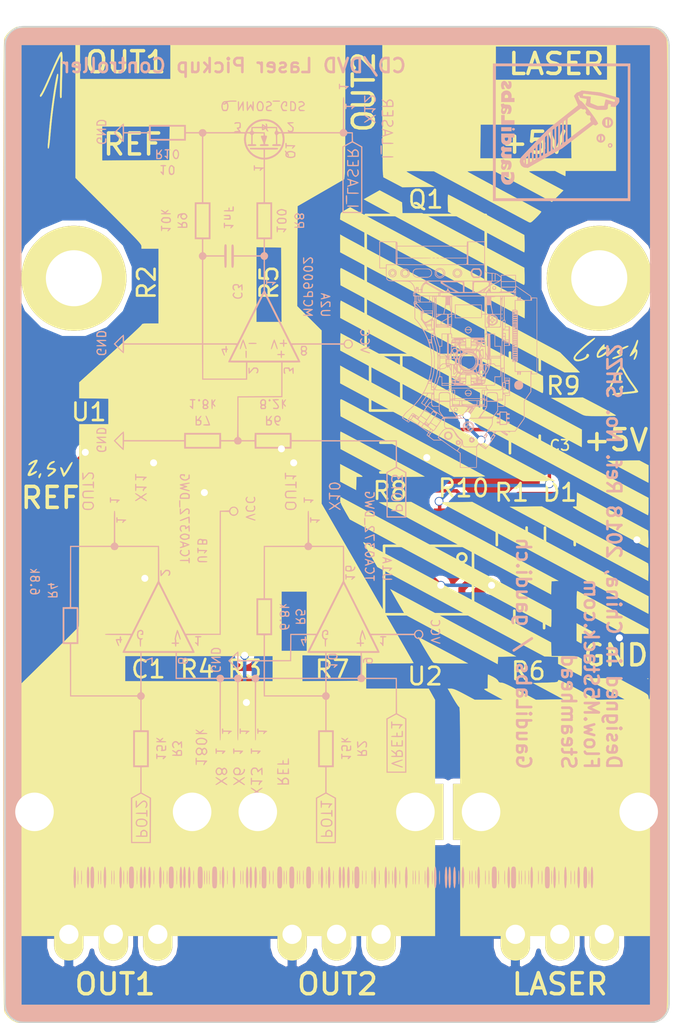
<source format=kicad_pcb>
(kicad_pcb (version 4) (host pcbnew 4.0.7-e2-6376~58~ubuntu16.04.1)
  (layers (0 F.Cu signal) (31 B.Cu signal) (34 B.Paste user) (35 F.Paste user) (36 B.SilkS user hide) (37 F.SilkS user hide) (38 B.Mask user) (39 F.Mask user) (44 Edge.Cuts user))
  (net 0 "")
  (net 1 VREF1)
  (net 2 GND)
  (net 3 "Net-(R2-Pad1)")
  (net 4 POT1)
  (net 5 POT2)
  (net 6 POT3)
  (net 7 "Net-(Q1-Pad1)")
  (net 8 "Net-(Q1-Pad3)")
  (net 9 VCC)
  (net 10 "Net-(C3-Pad2)")
  (net 11 "Net-(C3-Pad1)")
  (net 12 "Net-(D1-Pad2)")
  (net 13 I_LASER)
  (net 14 "Net-(R3-Pad1)")
  (net 15 "Net-(R4-Pad1)")
  (net 16 "Net-(R5-Pad1)")
  (net 17 "Net-(R6-Pad2)")
  (net 18 "Net-(X1-Pad1)")
  (net 19 "Net-(X2-Pad1)")
  (module GaudiLabsFootPrints:SO-16-W (layer F.Cu) (at 91.75 70.5)
    (fp_text reference U1 (at -6.65 -2.1) (layer F.SilkS))
    (fp_text value TCA0372_DWG)
    (pad 1 smd rect (at -4.445 4.69) (size 0.508 1.62) (layers F.Cu F.Paste F.Mask) (net 9 VCC))
    (pad 2 smd rect (at -3.175 4.69) (size 0.508 1.62) (layers F.Cu F.Paste F.Mask) (net 15 "Net-(R4-Pad1)"))
    (pad 3 smd rect (at -1.905 4.69) (size 0.508 1.62) (layers F.Cu F.Paste F.Mask))
    (pad 4 smd rect (at -0.635 4.69) (size 0.508 1.62) (layers F.Cu F.Paste F.Mask) (net 2 GND))
    (pad 5 smd rect (at 0.635 4.69) (size 0.508 1.62) (layers F.Cu F.Paste F.Mask) (net 2 GND))
    (pad 6 smd rect (at 1.905 4.69) (size 0.508 1.62) (layers F.Cu F.Paste F.Mask))
    (pad 7 smd rect (at 3.175 4.69) (size 0.508 1.62) (layers F.Cu F.Paste F.Mask) (net 14 "Net-(R3-Pad1)"))
    (pad 8 smd rect (at 4.445 4.69) (size 0.508 1.62) (layers F.Cu F.Paste F.Mask) (net 1 VREF1))
    (pad 9 smd rect (at 4.445 -4.69) (size 0.508 1.62) (layers F.Cu F.Paste F.Mask) (net 1 VREF1))
    (pad 10 smd rect (at 3.175 -4.69) (size 0.508 1.62) (layers F.Cu F.Paste F.Mask) (net 3 "Net-(R2-Pad1)"))
    (pad 11 smd rect (at 1.905 -4.69) (size 0.508 1.62) (layers F.Cu F.Paste F.Mask))
    (pad 12 smd rect (at 0.635 -4.69) (size 0.508 1.62) (layers F.Cu F.Paste F.Mask) (net 2 GND))
    (pad 13 smd rect (at -0.635 -4.69) (size 0.508 1.62) (layers F.Cu F.Paste F.Mask) (net 2 GND))
    (pad 14 smd rect (at -1.905 -4.69) (size 0.508 1.62) (layers F.Cu F.Paste F.Mask))
    (pad 15 smd rect (at -3.175 -4.69) (size 0.508 1.62) (layers F.Cu F.Paste F.Mask))
    (pad 16 smd rect (at -4.445 -4.69) (size 0.58 1.62) (layers F.Cu F.Paste F.Mask) (net 16 "Net-(R5-Pad1)"))
  )
  (module TO_SOT_Packages_SMD:TO-252-2Lead (layer F.Cu) (at 104.34 66.66)
    (fp_text reference Q1 (at 0 -10.414) (layer F.SilkS))
    (fp_text value Q_NMOS_GDS)
    (pad 1 smd rect (at -2.286 0) (size 1.651 3.048) (layers F.Cu F.Paste F.Mask) (net 7 "Net-(Q1-Pad1)"))
    (pad 2 smd rect (at 0 -6.35) (size 6.096 6.096) (layers F.Cu F.Paste F.Mask) (net 13 I_LASER))
    (pad 3 smd rect (at 2.286 0) (size 1.651 3.048) (layers F.Cu F.Paste F.Mask) (net 8 "Net-(Q1-Pad3)"))
  )
  (module GaudiLabsFootPrints:SOIC-08_N (layer F.Cu) (at 104.5 78 180)
    (fp_text reference U2 (at 0.2 -5.5 180) (layer F.SilkS))
    (fp_text value MCP6002)
    (pad 5 smd rect (at 1.905 -3.0734 180) (size 0.6604 2.032) (layers F.Cu F.Paste F.Mask))
    (pad 6 smd rect (at 0.635 -3.0734 180) (size 0.6604 2.032) (layers F.Cu F.Paste F.Mask))
    (pad 7 smd rect (at -0.635 -3.0734 180) (size 0.6604 2.032) (layers F.Cu F.Paste F.Mask))
    (pad 8 smd rect (at -1.905 -3.0734 180) (size 0.6604 2.032) (layers F.Cu F.Paste F.Mask) (net 9 VCC))
    (pad 1 smd rect (at -1.905 3.0734 180) (size 0.6604 2.032) (layers F.Cu F.Paste F.Mask) (net 11 "Net-(C3-Pad1)"))
    (pad 2 smd rect (at -0.635 3.0734 180) (size 0.6604 2.032) (layers F.Cu F.Paste F.Mask) (net 10 "Net-(C3-Pad2)"))
    (pad 3 smd rect (at 0.635 3.0734 180) (size 0.6604 2.032) (layers F.Cu F.Paste F.Mask) (net 17 "Net-(R6-Pad2)"))
    (pad 4 smd rect (at 1.905 3.0734 180) (size 0.6604 2.032) (layers F.Cu F.Paste F.Mask) (net 2 GND))
  )
  (module GaudiLabsFootPrints:MountingHoleM3 (layer F.Cu) (at 84.25 60.75)
    (fp_text reference X1 hide)
    (fp_text value MountPad3)
    (pad 1 thru_hole circle (at 0 0) (size 6 6) (drill 3.2) (layers *.Cu *.Mask F.SilkS) (net 18 "Net-(X1-Pad1)"))
  )
  (module GaudiLabsFootPrints:MountingHoleM3 (layer F.Cu) (at 114.25 60.75)
    (fp_text reference X2 hide)
    (fp_text value MountPad3)
    (pad 1 thru_hole circle (at 0 0) (size 6 6) (drill 3.2) (layers *.Cu *.Mask F.SilkS) (net 19 "Net-(X2-Pad1)"))
  )
  (module GaudiLabsFootPrints:PAD_SMD_3mm (layer F.Cu) (at 116.61 73.16)
    (fp_text reference X5 hide)
    (fp_text value VCC)
    (pad 1 smd rect (at 0 0) (size 3 3) (layers F.Cu F.Paste F.Mask) (net 9 VCC))
  )
  (module GaudiLabsFootPrints:PAD_SMD_3mm (layer F.Cu) (at 97 53)
    (fp_text reference X6 hide)
    (fp_text value REF)
    (pad 1 smd rect (at 0 0) (size 3 3) (layers F.Cu F.Paste F.Mask) (net 1 VREF1))
  )
  (module GaudiLabsFootPrints:PAD_SMD_3mm (layer F.Cu) (at 116.61 78.24)
    (fp_text reference X7 hide)
    (fp_text value GND)
    (pad 1 smd rect (at 0 0) (size 3 3) (layers F.Cu F.Paste F.Mask) (net 2 GND))
  )
  (module GaudiLabsFootPrints:PAD_SMD_3mm (layer F.Cu) (at 91.25 53)
    (fp_text reference X8 hide)
    (fp_text value REF)
    (pad 1 smd rect (at 0 0) (size 3 3) (layers F.Cu F.Paste F.Mask) (net 1 VREF1))
  )
  (module GaudiLabsFootPrints:PAD_SMD_3mm (layer F.Cu) (at 107 53)
    (fp_text reference X9 hide)
    (fp_text value +5V)
    (pad 1 smd rect (at 0 0) (size 3 3) (layers F.Cu F.Paste F.Mask) (net 9 VCC))
  )
  (module GaudiLabsFootPrints:PAD_SMD_3mm (layer F.Cu) (at 91.25 48)
    (fp_text reference X10 hide)
    (fp_text value OUT1)
    (pad 1 smd rect (at 0 0) (size 3 3) (layers F.Cu F.Paste F.Mask) (net 16 "Net-(R5-Pad1)"))
  )
  (module GaudiLabsFootPrints:PAD_SMD_3mm (layer F.Cu) (at 97 48)
    (fp_text reference X11 hide)
    (fp_text value OUT2)
    (pad 1 smd rect (at 0 0) (size 3 3) (layers F.Cu F.Paste F.Mask) (net 15 "Net-(R4-Pad1)"))
  )
  (module GaudiLabsFootPrints:PAD_SMD_3mm (layer F.Cu) (at 107.25 48)
    (fp_text reference X12 hide)
    (fp_text value I_LASER)
    (pad 1 smd rect (at 0 0) (size 3 3) (layers F.Cu F.Paste F.Mask) (net 13 I_LASER))
  )
  (module Capacitors_SMD:C_0805 (layer F.Cu) (at 88.5 80.25 90)
    (fp_text reference C1 (at -2.85 0 180) (layer F.SilkS))
    (fp_text value 100n)
    (pad 1 smd rect (at -1 0 90) (size 1 1.25) (layers F.Cu F.Paste F.Mask) (net 9 VCC))
    (pad 2 smd rect (at 1 0 90) (size 1 1.25) (layers F.Cu F.Paste F.Mask) (net 2 GND))
  )
  (module Capacitors_SMD:C_0805 (layer F.Cu) (at 110 70.25 90)
    (fp_text reference C3 (at -0.05 2 180) (layer F.SilkS) (effects (font (size 0.6 0.6) (thickness 0.1))))
    (fp_text value 1nF)
    (pad 1 smd rect (at -1 0 90) (size 1 1.25) (layers F.Cu F.Paste F.Mask) (net 11 "Net-(C3-Pad1)"))
    (pad 2 smd rect (at 1 0 90) (size 1 1.25) (layers F.Cu F.Paste F.Mask) (net 10 "Net-(C3-Pad2)"))
  )
  (module Capacitors_SMD:C_0805 (layer F.Cu) (at 112 75.5 270)
    (fp_text reference D1 (at -2.5 0 360) (layer F.SilkS))
    (fp_text value LED)
    (pad 2 smd rect (at 1 0 270) (size 1 1.25) (layers F.Cu F.Paste F.Mask) (net 12 "Net-(D1-Pad2)"))
    (pad 1 smd rect (at -1 0 270) (size 1 1.25) (layers F.Cu F.Paste F.Mask) (net 2 GND))
  )
  (module Capacitors_SMD:C_0805 (layer F.Cu) (at 109.25 75.5 270)
    (fp_text reference R1 (at -2.5 0 360) (layer F.SilkS))
    (fp_text value 470)
    (pad 1 smd rect (at -1 0 270) (size 1 1.25) (layers F.Cu F.Paste F.Mask) (net 9 VCC))
    (pad 2 smd rect (at 1 0 270) (size 1 1.25) (layers F.Cu F.Paste F.Mask) (net 12 "Net-(D1-Pad2)"))
  )
  (module Capacitors_SMD:C_0805 (layer F.Cu) (at 90.5 61 270)
    (fp_text reference R2 (at 0 2.1 270) (layer F.SilkS))
    (fp_text value 15k)
    (pad 2 smd rect (at 1 0 270) (size 1 1.25) (layers F.Cu F.Paste F.Mask) (net 4 POT1))
    (pad 1 smd rect (at -1 0 270) (size 1 1.25) (layers F.Cu F.Paste F.Mask) (net 3 "Net-(R2-Pad1)"))
  )
  (module Capacitors_SMD:C_0805 (layer F.Cu) (at 94 80.25 270)
    (fp_text reference R3 (at 2.85 0 360) (layer F.SilkS))
    (fp_text value 15k)
    (pad 1 smd rect (at -1 0 270) (size 1 1.25) (layers F.Cu F.Paste F.Mask) (net 14 "Net-(R3-Pad1)"))
    (pad 2 smd rect (at 1 0 270) (size 1 1.25) (layers F.Cu F.Paste F.Mask) (net 5 POT2))
  )
  (module Capacitors_SMD:C_0805 (layer F.Cu) (at 91.25 80.25 90)
    (fp_text reference R4 (at -2.85 0.05 180) (layer F.SilkS))
    (fp_text value 6.8k)
    (pad 1 smd rect (at -1 0 90) (size 1 1.25) (layers F.Cu F.Paste F.Mask) (net 15 "Net-(R4-Pad1)"))
    (pad 2 smd rect (at 1 0 90) (size 1 1.25) (layers F.Cu F.Paste F.Mask) (net 14 "Net-(R3-Pad1)"))
  )
  (module Capacitors_SMD:C_0805 (layer F.Cu) (at 93.25 61 90)
    (fp_text reference R5 (at 0 2.15 90) (layer F.SilkS))
    (fp_text value 6.8k)
    (pad 2 smd rect (at 1 0 90) (size 1 1.25) (layers F.Cu F.Paste F.Mask) (net 3 "Net-(R2-Pad1)"))
    (pad 1 smd rect (at -1 0 90) (size 1 1.25) (layers F.Cu F.Paste F.Mask) (net 16 "Net-(R5-Pad1)"))
  )
  (module Capacitors_SMD:C_0805 (layer F.Cu) (at 110.25 80.25 90)
    (fp_text reference R6 (at -2.95 -0.05 180) (layer F.SilkS))
    (fp_text value 8.2k)
    (pad 1 smd rect (at -1 0 90) (size 1 1.25) (layers F.Cu F.Paste F.Mask) (net 6 POT3))
    (pad 2 smd rect (at 1 0 90) (size 1 1.25) (layers F.Cu F.Paste F.Mask) (net 17 "Net-(R6-Pad2)"))
  )
  (module Capacitors_SMD:C_0805 (layer F.Cu) (at 99 80.25 270)
    (fp_text reference R7 (at 2.85 0 360) (layer F.SilkS))
    (fp_text value 1.8k)
    (pad 2 smd rect (at 1 0 270) (size 1 1.25) (layers F.Cu F.Paste F.Mask) (net 2 GND))
    (pad 1 smd rect (at -1 0 270) (size 1 1.25) (layers F.Cu F.Paste F.Mask) (net 17 "Net-(R6-Pad2)"))
  )
  (module Capacitors_SMD:C_0805 (layer F.Cu) (at 102.25 71)
    (fp_text reference R8 (at 0.05 1.9) (layer F.SilkS))
    (fp_text value 100)
    (pad 2 smd rect (at 1 0) (size 1 1.25) (layers F.Cu F.Paste F.Mask) (net 11 "Net-(C3-Pad1)"))
    (pad 1 smd rect (at -1 0) (size 1 1.25) (layers F.Cu F.Paste F.Mask) (net 7 "Net-(Q1-Pad1)"))
  )
  (module Capacitors_SMD:C_0805 (layer F.Cu) (at 110 65.5 270)
    (fp_text reference R9 (at 1.4 -2.2 360) (layer F.SilkS))
    (fp_text value 10k)
    (pad 1 smd rect (at -1 0 270) (size 1 1.25) (layers F.Cu F.Paste F.Mask) (net 8 "Net-(Q1-Pad3)"))
    (pad 2 smd rect (at 1 0 270) (size 1 1.25) (layers F.Cu F.Paste F.Mask) (net 10 "Net-(C3-Pad2)"))
  )
  (module Capacitors_SMD:C_0805 (layer F.Cu) (at 106.5 71)
    (fp_text reference R10 (at 0 1.75) (layer F.SilkS))
    (fp_text value 10)
    (pad 2 smd rect (at 1 0) (size 1 1.25) (layers F.Cu F.Paste F.Mask) (net 8 "Net-(Q1-Pad3)"))
    (pad 1 smd rect (at -1 0) (size 1 1.25) (layers F.Cu F.Paste F.Mask) (net 2 GND))
  )
  (module GaudiLabsFootPrints:POT_OvalPads (layer F.Cu) (at 86.5 91.25)
    (fp_text reference RV1 hide)
    (fp_text value POT)
    (pad 0 thru_hole rect (at -4.5 0) (size 3.2 3.2) (drill 2.2) (layers *.Cu *.Mask F.SilkS))
    (pad 0 thru_hole rect (at 4.5 0) (size 3.2 3.2) (drill 2.2) (layers *.Cu *.Mask F.SilkS))
    (pad 3 thru_hole oval (at 2.54 7) (size 1.6764 3) (drill 1.1) (layers *.Cu *.Mask F.SilkS) (net 9 VCC))
    (pad 2 thru_hole oval (at 0 7) (size 1.6764 3) (drill 1.1) (layers *.Cu *.Mask F.SilkS) (net 4 POT1))
    (pad 1 thru_hole oval (at -2.54 7) (size 1.6764 3) (drill 1.1) (layers *.Cu *.Mask F.SilkS) (net 2 GND))
  )
  (module GaudiLabsFootPrints:POT_OvalPads (layer F.Cu) (at 99.25 91.25)
    (fp_text reference RV2 hide)
    (fp_text value POT)
    (pad 1 thru_hole oval (at -2.54 7) (size 1.6764 3) (drill 1.1) (layers *.Cu *.Mask F.SilkS) (net 2 GND))
    (pad 2 thru_hole oval (at 0 7) (size 1.6764 3) (drill 1.1) (layers *.Cu *.Mask F.SilkS) (net 5 POT2))
    (pad 3 thru_hole oval (at 2.54 7) (size 1.6764 3) (drill 1.1) (layers *.Cu *.Mask F.SilkS) (net 9 VCC))
    (pad 0 thru_hole rect (at 4.5 0) (size 3.2 3.2) (drill 2.2) (layers *.Cu *.Mask F.SilkS))
    (pad 0 thru_hole rect (at -4.5 0) (size 3.2 3.2) (drill 2.2) (layers *.Cu *.Mask F.SilkS))
  )
  (module GaudiLabsFootPrints:POT_OvalPads (layer F.Cu) (at 112 91.25)
    (fp_text reference RV3 hide)
    (fp_text value POT)
    (pad 1 thru_hole oval (at -2.54 7) (size 1.6764 3) (drill 1.1) (layers *.Cu *.Mask F.SilkS) (net 2 GND))
    (pad 2 thru_hole oval (at 0 7) (size 1.6764 3) (drill 1.1) (layers *.Cu *.Mask F.SilkS) (net 6 POT3))
    (pad 3 thru_hole oval (at 2.54 7) (size 1.6764 3) (drill 1.1) (layers *.Cu *.Mask F.SilkS) (net 9 VCC))
    (pad 0 thru_hole rect (at 4.5 0) (size 3.2 3.2) (drill 2.2) (layers *.Cu *.Mask F.SilkS))
    (pad 0 thru_hole rect (at -4.5 0) (size 3.2 3.2) (drill 2.2) (layers *.Cu *.Mask F.SilkS))
  )
  (module GaudiLabsFootPrints:PAD_SMD_3mm (layer F.Cu) (at 82 75.75)
    (fp_text reference X13 hide)
    (fp_text value REF)
    (pad 1 smd rect (at 0 0) (size 3 3) (layers F.Cu F.Paste F.Mask) (net 1 VREF1))
  )
  (module GaudiLabsLogos:DVDbreakout_frame (layer B.Cu) (at 99.2 74.85)
    (fp_text reference G*** hide)
    (fp_text value LOGO hide)
  )
  (module GaudiLabsLogos:DVDbreakout_Front (layer F.Cu) (at 99.2 74.85)
    (fp_text reference G*** hide)
    (fp_text value LOGO hide)
  )
  (module GaudiLabsLogos:GaudiLabs_8 (layer B.Cu) (at 112.1 52.4 90)
    (fp_text reference G*** hide)
    (fp_text value LOGO hide)
  )
  (module GaudiLabsLogos:DVDbreakout_schematic (layer B.Cu) (at 94.4 71.8 180)
    (fp_text reference G*** hide)
    (fp_text value LOGO hide)
  )
  (module GaudiLabsLogos:opensourcebarcode (layer B.Cu) (at 99.1 95)
    (fp_text reference G*** hide)
    (fp_text value LOGO hide)
  )
  (module GaudiLabsLogos:SF_HD65_bw_smaller (layer B.Cu) (at 106.2 65.1 90)
    (fp_text reference G*** hide)
    (fp_text value LOGO hide)
  )
  (gr_text "CD/DVD Laser Pickup Controller" (at 103.3 48.6) (layer B.SilkS) (effects (font (size 0.8 0.8)) (justify left mirror)))
  (gr_line (start 81.16129 46.39832) (end 81.375549 46.37682) (layer Edge.Cuts) (width 0.1))
  (gr_line (start 80.96197 46.45992) (end 81.16129 46.39832) (layer Edge.Cuts) (width 0.1))
  (gr_line (start 80.781789 46.55752) (end 80.96197 46.45992) (layer Edge.Cuts) (width 0.1))
  (gr_line (start 80.624948 46.68682) (end 80.781789 46.55752) (layer Edge.Cuts) (width 0.1))
  (gr_line (start 80.495649 46.84366) (end 80.624948 46.68682) (layer Edge.Cuts) (width 0.1))
  (gr_line (start 80.398089 47.02384) (end 80.495649 46.84366) (layer Edge.Cuts) (width 0.1))
  (gr_line (start 80.336479 47.22316) (end 80.398089 47.02384) (layer Edge.Cuts) (width 0.1))
  (gr_line (start 80.315009 47.43742) (end 80.336479 47.22316) (layer Edge.Cuts) (width 0.1))
  (gr_line (start 80.315009 54.28641) (end 80.315009 47.43742) (layer Edge.Cuts) (width 0.1))
  (gr_line (start 80.315009 61.13541) (end 80.315009 54.28641) (layer Edge.Cuts) (width 0.1))
  (gr_line (start 80.315009 67.9844) (end 80.315009 61.13541) (layer Edge.Cuts) (width 0.1))
  (gr_line (start 80.315009 74.83339) (end 80.315009 67.9844) (layer Edge.Cuts) (width 0.1))
  (gr_line (start 80.315009 81.68238) (end 80.315009 74.83339) (layer Edge.Cuts) (width 0.1))
  (gr_line (start 80.315009 88.53138) (end 80.315009 81.68238) (layer Edge.Cuts) (width 0.1))
  (gr_line (start 80.315009 95.38037) (end 80.315009 88.53138) (layer Edge.Cuts) (width 0.1))
  (gr_line (start 80.315009 102.22936) (end 80.315009 95.38037) (layer Edge.Cuts) (width 0.1))
  (gr_line (start 80.336479 102.44362) (end 80.315009 102.22936) (layer Edge.Cuts) (width 0.1))
  (gr_line (start 80.398089 102.64294) (end 80.336479 102.44362) (layer Edge.Cuts) (width 0.1))
  (gr_line (start 80.495649 102.82312) (end 80.398089 102.64294) (layer Edge.Cuts) (width 0.1))
  (gr_line (start 80.624948 102.97996) (end 80.495649 102.82312) (layer Edge.Cuts) (width 0.1))
  (gr_line (start 80.781789 103.10926) (end 80.624948 102.97996) (layer Edge.Cuts) (width 0.1))
  (gr_line (start 80.96197 103.20686) (end 80.781789 103.10926) (layer Edge.Cuts) (width 0.1))
  (gr_line (start 81.16129 103.26846) (end 80.96197 103.20686) (layer Edge.Cuts) (width 0.1))
  (gr_line (start 81.375549 103.28996) (end 81.16129 103.26846) (layer Edge.Cuts) (width 0.1))
  (gr_line (start 85.849542 103.28996) (end 81.375549 103.28996) (layer Edge.Cuts) (width 0.1))
  (gr_line (start 90.323535 103.28996) (end 85.849542 103.28996) (layer Edge.Cuts) (width 0.1))
  (gr_line (start 94.797528 103.28996) (end 90.323535 103.28996) (layer Edge.Cuts) (width 0.1))
  (gr_line (start 99.27152 103.28996) (end 94.797528 103.28996) (layer Edge.Cuts) (width 0.1))
  (gr_line (start 103.745513 103.28996) (end 99.27152 103.28996) (layer Edge.Cuts) (width 0.1))
  (gr_line (start 108.219506 103.28996) (end 103.745513 103.28996) (layer Edge.Cuts) (width 0.1))
  (gr_line (start 112.693499 103.28996) (end 108.219506 103.28996) (layer Edge.Cuts) (width 0.1))
  (gr_line (start 117.167492 103.28996) (end 112.693499 103.28996) (layer Edge.Cuts) (width 0.1))
  (gr_line (start 117.381751 103.26846) (end 117.167492 103.28996) (layer Edge.Cuts) (width 0.1))
  (gr_line (start 117.581071 103.20686) (end 117.381751 103.26846) (layer Edge.Cuts) (width 0.1))
  (gr_line (start 117.761252 103.10926) (end 117.581071 103.20686) (layer Edge.Cuts) (width 0.1))
  (gr_line (start 117.918092 102.97996) (end 117.761252 103.10926) (layer Edge.Cuts) (width 0.1))
  (gr_line (start 118.047392 102.82312) (end 117.918092 102.97996) (layer Edge.Cuts) (width 0.1))
  (gr_line (start 118.144952 102.64294) (end 118.047392 102.82312) (layer Edge.Cuts) (width 0.1))
  (gr_line (start 118.206572 102.44362) (end 118.144952 102.64294) (layer Edge.Cuts) (width 0.1))
  (gr_line (start 118.228042 102.22936) (end 118.206572 102.44362) (layer Edge.Cuts) (width 0.1))
  (gr_line (start 118.228042 95.38037) (end 118.228042 102.22936) (layer Edge.Cuts) (width 0.1))
  (gr_line (start 118.228042 88.53138) (end 118.228042 95.38037) (layer Edge.Cuts) (width 0.1))
  (gr_line (start 118.228042 81.68238) (end 118.228042 88.53138) (layer Edge.Cuts) (width 0.1))
  (gr_line (start 118.228042 74.83339) (end 118.228042 81.68238) (layer Edge.Cuts) (width 0.1))
  (gr_line (start 118.228042 67.9844) (end 118.228042 74.83339) (layer Edge.Cuts) (width 0.1))
  (gr_line (start 118.228042 61.13541) (end 118.228042 67.9844) (layer Edge.Cuts) (width 0.1))
  (gr_line (start 118.228042 54.28641) (end 118.228042 61.13541) (layer Edge.Cuts) (width 0.1))
  (gr_line (start 118.228042 47.43742) (end 118.228042 54.28641) (layer Edge.Cuts) (width 0.1))
  (gr_line (start 118.206572 47.22316) (end 118.228042 47.43742) (layer Edge.Cuts) (width 0.1))
  (gr_line (start 118.144952 47.02384) (end 118.206572 47.22316) (layer Edge.Cuts) (width 0.1))
  (gr_line (start 118.047392 46.84366) (end 118.144952 47.02384) (layer Edge.Cuts) (width 0.1))
  (gr_line (start 117.918092 46.68682) (end 118.047392 46.84366) (layer Edge.Cuts) (width 0.1))
  (gr_line (start 117.761252 46.55752) (end 117.918092 46.68682) (layer Edge.Cuts) (width 0.1))
  (gr_line (start 117.581071 46.45992) (end 117.761252 46.55752) (layer Edge.Cuts) (width 0.1))
  (gr_line (start 117.381751 46.39832) (end 117.581071 46.45992) (layer Edge.Cuts) (width 0.1))
  (gr_line (start 117.167492 46.37682) (end 117.381751 46.39832) (layer Edge.Cuts) (width 0.1))
  (gr_line (start 112.693499 46.37682) (end 117.167492 46.37682) (layer Edge.Cuts) (width 0.1))
  (gr_line (start 108.219506 46.37682) (end 112.693499 46.37682) (layer Edge.Cuts) (width 0.1))
  (gr_line (start 103.745513 46.37682) (end 108.219506 46.37682) (layer Edge.Cuts) (width 0.1))
  (gr_line (start 99.27152 46.37682) (end 103.745513 46.37682) (layer Edge.Cuts) (width 0.1))
  (gr_line (start 94.797528 46.37682) (end 99.27152 46.37682) (layer Edge.Cuts) (width 0.1))
  (gr_line (start 90.323535 46.37682) (end 94.797528 46.37682) (layer Edge.Cuts) (width 0.1))
  (gr_line (start 85.849542 46.37682) (end 90.323535 46.37682) (layer Edge.Cuts) (width 0.1))
  (gr_line (start 81.375549 46.37682) (end 85.849542 46.37682) (layer Edge.Cuts) (width 0.1))
  (gr_text "REF\n" (at 82.9 73.3) (layer F.SilkS) (effects (font (size 1.2 1.2) (thickness 0.2))))
  (gr_text "Designed in China, 2018 Ref. No. SHZ2\nFlow.M5Stack.com\nSteamhead\n\nGaudiLabs / gaudi.ch" (at 112.5 88.9 270) (layer B.SilkS) (effects (font (size 0.8 0.8)) (justify left mirror)))
  (gr_text +5V (at 110.5 53) (layer F.SilkS) (effects (font (size 1.2 1.2) (thickness 0.2))))
  (gr_text "REF\n" (at 87.6 53.1) (layer F.SilkS) (effects (font (size 1.2 1.2) (thickness 0.2))))
  (gr_text LASER (at 112 101.1) (layer F.SilkS) (effects (font (size 1.2 1.2) (thickness 0.2))))
  (gr_text OUT2 (at 99.3 101.1) (layer F.SilkS) (effects (font (size 1.2 1.2) (thickness 0.2))))
  (gr_text OUT1 (at 86.6 101.1) (layer F.SilkS) (effects (font (size 1.2 1.2) (thickness 0.2))))
  (gr_text "GND\n" (at 115.2 82.3) (layer F.SilkS) (effects (font (size 1.2 1.2) (thickness 0.2))))
  (gr_text "+5V\n" (at 115.2 70) (layer F.SilkS) (effects (font (size 1.2 1.2) (thickness 0.2))))
  (gr_text LASER (at 111.8 48.5) (layer F.SilkS) (effects (font (size 1.2 1.2) (thickness 0.2))))
  (gr_text OUT2 (at 100.8 50.1 90) (layer F.SilkS) (effects (font (size 1.2 1.2) (thickness 0.2))))
  (gr_text OUT1 (at 87.2 48.4) (layer F.SilkS) (effects (font (size 1.2 1.2) (thickness 0.2))))
  (segment (start 96.195 75.19) (end 96.195 70.595) (width 0.2) (layer F.Cu) (net 1))
  (segment (start 96.195 70.595) (end 96.1 70.5) (width 0.2) (layer F.Cu) (net 1))
  (segment (start 82 75.75) (end 82 73.6) (width 0.2) (layer F.Cu) (net 1))
  (segment (start 96.195 70.405) (end 96.195 65.81) (width 0.2) (layer F.Cu) (net 1))
  (segment (start 96.1 70.5) (end 96.195 70.405) (width 0.2) (layer F.Cu) (net 1))
  (via (at 96.1 70.5) (size 0.5) (drill 0.4) (layers F.Cu B.Cu) (net 1))
  (segment (start 85.1 70.5) (end 96.1 70.5) (width 0.2) (layer B.Cu) (net 1))
  (segment (start 84.9 70.7) (end 85.1 70.5) (width 0.2) (layer B.Cu) (net 1))
  (via (at 84.9 70.7) (size 0.5) (drill 0.4) (layers F.Cu B.Cu) (net 1))
  (segment (start 82 73.6) (end 84.9 70.7) (width 0.2) (layer F.Cu) (net 1))
  (segment (start 96.195 65.81) (end 96.195 57.905) (width 0.2) (layer F.Cu) (net 1))
  (segment (start 97 57.1) (end 97 53) (width 0.2) (layer F.Cu) (net 1))
  (segment (start 96.195 57.905) (end 97 57.1) (width 0.2) (layer F.Cu) (net 1))
  (segment (start 91.25 53) (end 97 53) (width 0.35) (layer F.Cu) (net 1))
  (segment (start 105.5 71) (end 104.4 71) (width 0.2) (layer F.Cu) (net 2))
  (via (at 104.4 71) (size 0.5) (drill 0.4) (layers F.Cu B.Cu) (net 2))
  (via (at 88.3 77.9) (size 0.5) (drill 0.4) (layers F.Cu B.Cu) (net 2))
  (segment (start 88.5 78.1) (end 88.3 77.9) (width 0.2) (layer F.Cu) (net 2))
  (segment (start 88.5 79.25) (end 88.5 78.1) (width 0.2) (layer F.Cu) (net 2))
  (segment (start 88.2 77.8) (end 88.2 77.6) (width 0.2) (layer B.Cu) (net 2))
  (segment (start 88.3 77.9) (end 88.2 77.8) (width 0.2) (layer B.Cu) (net 2))
  (segment (start 116.61 78.24) (end 116.61 75.91) (width 0.2) (layer F.Cu) (net 2))
  (via (at 116.4 75.7) (size 0.5) (drill 0.4) (layers F.Cu B.Cu) (net 2))
  (segment (start 116.61 75.91) (end 116.4 75.7) (width 0.2) (layer F.Cu) (net 2))
  (segment (start 116.61 78.24) (end 116.61 80.09) (width 0.2) (layer F.Cu) (net 2))
  (via (at 115.4 81.3) (size 0.5) (drill 0.4) (layers F.Cu B.Cu) (net 2))
  (segment (start 116.61 80.09) (end 115.4 81.3) (width 0.2) (layer F.Cu) (net 2))
  (segment (start 91.8 75.19) (end 91.8 73.1) (width 0.2) (layer F.Cu) (net 2))
  (via (at 91.7 73) (size 0.5) (drill 0.4) (layers F.Cu B.Cu) (net 2))
  (segment (start 91.8 73.1) (end 91.7 73) (width 0.2) (layer F.Cu) (net 2))
  (segment (start 91.115 75.19) (end 91.8 75.19) (width 0.2) (layer F.Cu) (net 2))
  (segment (start 91.8 75.19) (end 92.385 75.19) (width 0.2) (layer F.Cu) (net 2))
  (segment (start 92.385 65.81) (end 91.115 65.81) (width 0.2) (layer F.Cu) (net 2))
  (segment (start 93.25 60) (end 94.4 60) (width 0.2) (layer F.Cu) (net 3))
  (segment (start 94.925 60.525) (end 94.925 65.81) (width 0.2) (layer F.Cu) (net 3))
  (segment (start 94.4 60) (end 94.925 60.525) (width 0.2) (layer F.Cu) (net 3))
  (segment (start 93.25 60) (end 92 60) (width 0.2) (layer F.Cu) (net 3))
  (segment (start 92 60) (end 90.5 60) (width 0.2) (layer F.Cu) (net 3))
  (segment (start 86.5 98.25) (end 86.5 77.6) (width 0.2) (layer F.Cu) (net 4))
  (segment (start 88.9 62) (end 90.5 62) (width 0.2) (layer F.Cu) (net 4))
  (segment (start 86.1 64.8) (end 88.9 62) (width 0.2) (layer F.Cu) (net 4))
  (segment (start 86.1 77.2) (end 86.1 64.8) (width 0.2) (layer F.Cu) (net 4))
  (segment (start 86.5 77.6) (end 86.1 77.2) (width 0.2) (layer F.Cu) (net 4))
  (segment (start 99.25 98.25) (end 99.25 90.15) (width 0.2) (layer F.Cu) (net 5))
  (segment (start 94 82.3) (end 94 81.25) (width 0.2) (layer F.Cu) (net 5))
  (via (at 94 82.3) (size 0.5) (drill 0.4) (layers F.Cu B.Cu) (net 5))
  (segment (start 94 84.9) (end 94 82.3) (width 0.2) (layer B.Cu) (net 5))
  (segment (start 94.1 85) (end 94 84.9) (width 0.2) (layer B.Cu) (net 5))
  (via (at 94.1 85) (size 0.5) (drill 0.4) (layers F.Cu B.Cu) (net 5))
  (segment (start 99.25 90.15) (end 94.1 85) (width 0.2) (layer F.Cu) (net 5))
  (segment (start 110.25 81.25) (end 110.25 85.05) (width 0.2) (layer F.Cu) (net 6))
  (segment (start 112 86.8) (end 112 98.25) (width 0.2) (layer F.Cu) (net 6))
  (segment (start 110.25 85.05) (end 112 86.8) (width 0.2) (layer F.Cu) (net 6))
  (segment (start 102.054 66.66) (end 102.054 70.196) (width 0.2) (layer F.Cu) (net 7))
  (segment (start 102.054 70.196) (end 101.25 71) (width 0.2) (layer F.Cu) (net 7))
  (segment (start 107.5 71) (end 107.5 70) (width 0.2) (layer F.Cu) (net 8))
  (segment (start 106.626 68.526) (end 106.626 66.66) (width 0.2) (layer F.Cu) (net 8))
  (segment (start 106.7 68.6) (end 106.626 68.526) (width 0.2) (layer F.Cu) (net 8))
  (via (at 106.7 68.6) (size 0.5) (drill 0.4) (layers F.Cu B.Cu) (net 8))
  (segment (start 106.7 69.2) (end 106.7 68.6) (width 0.2) (layer B.Cu) (net 8))
  (segment (start 107.5 70) (end 106.7 69.2) (width 0.2) (layer B.Cu) (net 8))
  (via (at 107.5 70) (size 0.5) (drill 0.4) (layers F.Cu B.Cu) (net 8))
  (segment (start 106.626 66.66) (end 106.626 66.574) (width 0.2) (layer F.Cu) (net 8))
  (segment (start 106.626 66.574) (end 108.7 64.5) (width 0.2) (layer F.Cu) (net 8))
  (segment (start 108.7 64.5) (end 110 64.5) (width 0.2) (layer F.Cu) (net 8))
  (segment (start 100.4 83.7) (end 89.2 83.7) (width 0.4) (layer F.Cu) (net 9))
  (segment (start 114.54 98.25) (end 114.54 95.14) (width 0.4) (layer F.Cu) (net 9))
  (segment (start 114.54 95.14) (end 113.5 94.1) (width 0.4) (layer F.Cu) (net 9))
  (segment (start 113.5 94.1) (end 113.5 79.5) (width 0.4) (layer F.Cu) (net 9))
  (segment (start 113.5 79.5) (end 114.1 78.9) (width 0.4) (layer F.Cu) (net 9))
  (segment (start 114.1 78.9) (end 114.1 73.16) (width 0.4) (layer F.Cu) (net 9))
  (segment (start 101.79 98.25) (end 101.79 94.59) (width 0.2) (layer F.Cu) (net 9))
  (segment (start 100.4 93.2) (end 100.4 83.7) (width 0.2) (layer F.Cu) (net 9))
  (segment (start 101.79 94.59) (end 100.4 93.2) (width 0.2) (layer F.Cu) (net 9))
  (segment (start 89.04 98.25) (end 89.04 94.64) (width 0.4) (layer F.Cu) (net 9))
  (segment (start 88 84.9) (end 89.2 83.7) (width 0.4) (layer F.Cu) (net 9))
  (segment (start 88 93.6) (end 88 84.9) (width 0.4) (layer F.Cu) (net 9))
  (segment (start 89.04 94.64) (end 88 93.6) (width 0.4) (layer F.Cu) (net 9))
  (segment (start 88.5 81.25) (end 88.05 81.25) (width 0.2) (layer F.Cu) (net 9))
  (segment (start 88.05 81.25) (end 87.305 80.505) (width 0.2) (layer F.Cu) (net 9))
  (segment (start 87.305 80.505) (end 87.305 75.19) (width 0.2) (layer F.Cu) (net 9))
  (segment (start 106.405 81.0734) (end 106.405 82.095) (width 0.4) (layer F.Cu) (net 9))
  (segment (start 106.405 82.095) (end 104.8 83.7) (width 0.4) (layer F.Cu) (net 9))
  (segment (start 104.8 83.7) (end 100.4 83.7) (width 0.4) (layer F.Cu) (net 9))
  (segment (start 88.5 83) (end 88.5 81.25) (width 0.4) (layer F.Cu) (net 9))
  (segment (start 89.2 83.7) (end 88.5 83) (width 0.4) (layer F.Cu) (net 9))
  (segment (start 109.25 74.5) (end 109.25 73.55) (width 0.4) (layer F.Cu) (net 9))
  (segment (start 109.25 73.55) (end 109.64 73.16) (width 0.4) (layer F.Cu) (net 9))
  (segment (start 109.64 73.16) (end 114.1 73.16) (width 0.4) (layer F.Cu) (net 9))
  (segment (start 114.1 73.16) (end 116.61 73.16) (width 0.4) (layer F.Cu) (net 9))
  (segment (start 106.405 81.0734) (end 106.405 78.495) (width 0.4) (layer F.Cu) (net 9))
  (segment (start 106.405 78.495) (end 107.8 77.1) (width 0.4) (layer F.Cu) (net 9))
  (segment (start 107.8 77.1) (end 107.8 75.95) (width 0.4) (layer F.Cu) (net 9))
  (segment (start 107.8 75.95) (end 109.25 74.5) (width 0.4) (layer F.Cu) (net 9))
  (segment (start 107 53) (end 107 53.8) (width 0.2) (layer F.Cu) (net 9))
  (segment (start 107 53.8) (end 109.2 56) (width 0.4) (layer F.Cu) (net 9))
  (segment (start 109.2 56) (end 109.2 61.2) (width 0.4) (layer F.Cu) (net 9))
  (segment (start 109.2 61.2) (end 116.61 68.61) (width 0.4) (layer F.Cu) (net 9))
  (segment (start 116.61 68.61) (end 116.61 73.16) (width 0.4) (layer F.Cu) (net 9))
  (segment (start 110 69.25) (end 110.55 69.25) (width 0.2) (layer F.Cu) (net 10))
  (segment (start 110.55 69.25) (end 111.4 70.1) (width 0.2) (layer F.Cu) (net 10))
  (segment (start 105.135 73.535) (end 105.135 74.9266) (width 0.2) (layer F.Cu) (net 10))
  (segment (start 105.1 73.5) (end 105.135 73.535) (width 0.2) (layer F.Cu) (net 10))
  (via (at 105.1 73.5) (size 0.5) (drill 0.4) (layers F.Cu B.Cu) (net 10))
  (segment (start 106 72.6) (end 105.1 73.5) (width 0.2) (layer B.Cu) (net 10))
  (segment (start 111.3 72.6) (end 106 72.6) (width 0.2) (layer B.Cu) (net 10))
  (segment (start 111.4 72.5) (end 111.3 72.6) (width 0.2) (layer B.Cu) (net 10))
  (via (at 111.4 72.5) (size 0.5) (drill 0.4) (layers F.Cu B.Cu) (net 10))
  (segment (start 111.4 70.1) (end 111.4 72.5) (width 0.2) (layer F.Cu) (net 10))
  (segment (start 110 66.5) (end 110 69.25) (width 0.2) (layer F.Cu) (net 10))
  (segment (start 110 71.25) (end 109.95 71.25) (width 0.2) (layer F.Cu) (net 11))
  (segment (start 109.95 71.25) (end 108.1 69.4) (width 0.2) (layer F.Cu) (net 11))
  (segment (start 108.1 69.4) (end 104.8 69.4) (width 0.2) (layer F.Cu) (net 11))
  (segment (start 104.8 69.4) (end 104.4 69.8) (width 0.2) (layer F.Cu) (net 11))
  (segment (start 103.25 71) (end 103.25 71.55) (width 0.2) (layer F.Cu) (net 11))
  (segment (start 103.25 71.55) (end 104.6 72.9) (width 0.2) (layer F.Cu) (net 11))
  (segment (start 106.405 73.205) (end 106.405 74.9266) (width 0.2) (layer F.Cu) (net 11))
  (segment (start 106.1 72.9) (end 106.405 73.205) (width 0.2) (layer F.Cu) (net 11))
  (segment (start 104.6 72.9) (end 106.1 72.9) (width 0.2) (layer F.Cu) (net 11))
  (segment (start 103.25 71) (end 103.25 70.95) (width 0.2) (layer F.Cu) (net 11))
  (segment (start 103.25 70.95) (end 104.4 69.8) (width 0.2) (layer F.Cu) (net 11))
  (segment (start 109.25 76.5) (end 112 76.5) (width 0.2) (layer F.Cu) (net 12))
  (segment (start 104.34 60.31) (end 104.34 50.91) (width 0.2) (layer F.Cu) (net 13))
  (segment (start 104.34 50.91) (end 107.25 48) (width 0.2) (layer F.Cu) (net 13))
  (segment (start 94 79.25) (end 91.25 79.25) (width 0.2) (layer F.Cu) (net 14))
  (segment (start 94.925 75.19) (end 94.925 78.325) (width 0.2) (layer F.Cu) (net 14))
  (segment (start 94.925 78.325) (end 94 79.25) (width 0.2) (layer F.Cu) (net 14))
  (segment (start 88.575 73.1) (end 88.575 71.525) (width 0.2) (layer F.Cu) (net 15))
  (segment (start 99.1 69) (end 99.1 66.1) (width 0.2) (layer F.Cu) (net 15))
  (segment (start 96.8 71.3) (end 99.1 69) (width 0.2) (layer F.Cu) (net 15))
  (via (at 96.8 71.3) (size 0.5) (drill 0.4) (layers F.Cu B.Cu) (net 15))
  (segment (start 88.8 71.3) (end 96.8 71.3) (width 0.2) (layer B.Cu) (net 15))
  (via (at 88.8 71.3) (size 0.5) (drill 0.4) (layers F.Cu B.Cu) (net 15))
  (segment (start 88.575 71.525) (end 88.8 71.3) (width 0.2) (layer F.Cu) (net 15))
  (segment (start 88.575 75.19) (end 88.575 76.275) (width 0.2) (layer F.Cu) (net 15))
  (segment (start 89.9 79.9) (end 91.25 81.25) (width 0.2) (layer F.Cu) (net 15))
  (segment (start 89.9 77.6) (end 89.9 79.9) (width 0.2) (layer F.Cu) (net 15))
  (segment (start 88.575 76.275) (end 89.9 77.6) (width 0.2) (layer F.Cu) (net 15))
  (segment (start 88.575 75.19) (end 88.575 73.1) (width 0.2) (layer F.Cu) (net 15))
  (segment (start 88.575 73.1) (end 88.575 72.825) (width 0.2) (layer F.Cu) (net 15))
  (segment (start 100.2 51.2) (end 97 48) (width 0.2) (layer F.Cu) (net 15))
  (segment (start 99.1 66.1) (end 99.1 56.4) (width 0.2) (layer F.Cu) (net 15))
  (segment (start 99.1 56.4) (end 100.2 55.3) (width 0.2) (layer F.Cu) (net 15))
  (segment (start 100.2 55.3) (end 100.2 51.2) (width 0.2) (layer F.Cu) (net 15))
  (segment (start 91.25 48) (end 89.5 48) (width 0.2) (layer F.Cu) (net 16))
  (segment (start 92.25 61) (end 93.25 62) (width 0.2) (layer F.Cu) (net 16))
  (segment (start 89.5 61) (end 92.25 61) (width 0.2) (layer F.Cu) (net 16))
  (segment (start 88.6 60.1) (end 89.5 61) (width 0.2) (layer F.Cu) (net 16))
  (segment (start 88.6 48.9) (end 88.6 60.1) (width 0.2) (layer F.Cu) (net 16))
  (segment (start 89.5 48) (end 88.6 48.9) (width 0.2) (layer F.Cu) (net 16))
  (segment (start 93.25 62) (end 93.25 62.75) (width 0.2) (layer F.Cu) (net 16))
  (segment (start 87.305 64.495) (end 87.305 65.81) (width 0.2) (layer F.Cu) (net 16))
  (segment (start 87.9 63.9) (end 87.305 64.495) (width 0.2) (layer F.Cu) (net 16))
  (segment (start 92.1 63.9) (end 87.9 63.9) (width 0.2) (layer F.Cu) (net 16))
  (segment (start 93.25 62.75) (end 92.1 63.9) (width 0.2) (layer F.Cu) (net 16))
  (segment (start 110.25 79.25) (end 109.05 79.25) (width 0.2) (layer F.Cu) (net 17))
  (segment (start 103.865 76.965) (end 103.865 76.735) (width 0.2) (layer F.Cu) (net 17))
  (segment (start 105.2 78.3) (end 103.865 76.965) (width 0.2) (layer F.Cu) (net 17))
  (via (at 105.2 78.3) (size 0.5) (drill 0.4) (layers F.Cu B.Cu) (net 17))
  (segment (start 108.1 78.3) (end 105.2 78.3) (width 0.2) (layer B.Cu) (net 17))
  (via (at 108.1 78.3) (size 0.5) (drill 0.4) (layers F.Cu B.Cu) (net 17))
  (segment (start 109.05 79.25) (end 108.1 78.3) (width 0.2) (layer F.Cu) (net 17))
  (segment (start 99 79.25) (end 101.35 79.25) (width 0.2) (layer F.Cu) (net 17))
  (segment (start 103.865 76.735) (end 103.865 74.9266) (width 0.2) (layer F.Cu) (net 17))
  (segment (start 101.35 79.25) (end 103.865 76.735) (width 0.2) (layer F.Cu) (net 17))
  (zone (net 2) (net_name GND) (layer B.Cu) (connect_pads (clearance 0.3)) (min_thickness 0.254) (fill yes (arc_segments 16) (thermal_gap 0.4) (thermal_bridge_width 0.508))
    (polygon (pts (xy 88.2 46.4) (xy 117.2 46.4) (xy 117.6 46.5) (xy 118 46.8) (xy 118.2 47.1) (xy 118.2 47.5) (xy 118.2 102.2) (xy 118.1 102.8) (xy 117.8 103.1) (xy 117.2 103.3) (xy 81.4 103.3) (xy 81 103.2) (xy 80.6 102.9) (xy 80.4 102.5) (xy 80.3 102.2) (xy 80.3 47.4) (xy 80.4 47) (xy 80.7 46.6) (xy 81.4 46.4)))
  )
  (zone (net 2) (net_name GND) (layer F.Cu) (connect_pads (clearance 0.3)) (min_thickness 0.254) (fill yes (arc_segments 16) (thermal_gap 0.4) (thermal_bridge_width 0.508))
    (polygon (pts (xy 88.2 46.4) (xy 117.2 46.4) (xy 117.6 46.5) (xy 118 46.8) (xy 118.2 47.1) (xy 118.2 47.5) (xy 118.2 102.2) (xy 118.1 102.8) (xy 117.8 103.1) (xy 117.2 103.3) (xy 81.4 103.3) (xy 81 103.2) (xy 80.6 102.9) (xy 80.4 102.5) (xy 80.3 102.2) (xy 80.3 47.4) (xy 80.4 47) (xy 80.7 46.6) (xy 81.4 46.4)))
  )
)
</source>
